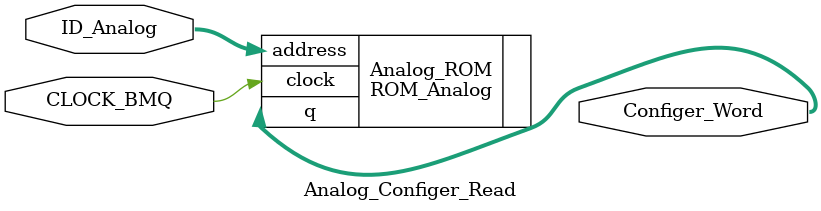
<source format=v>
module Analog_Configer_Read(
	input 			CLOCK_BMQ,				//时钟
	input [4:0] 	ID_Analog,				//5位模拟信号采集编号
	output [31:0] 	Configer_Word			//32位配置字
);

	ROM_Analog 	Analog_ROM(
		.address(ID_Analog),
		.clock(CLOCK_BMQ),
		.q(Configer_Word)
	);
	
endmodule

</source>
